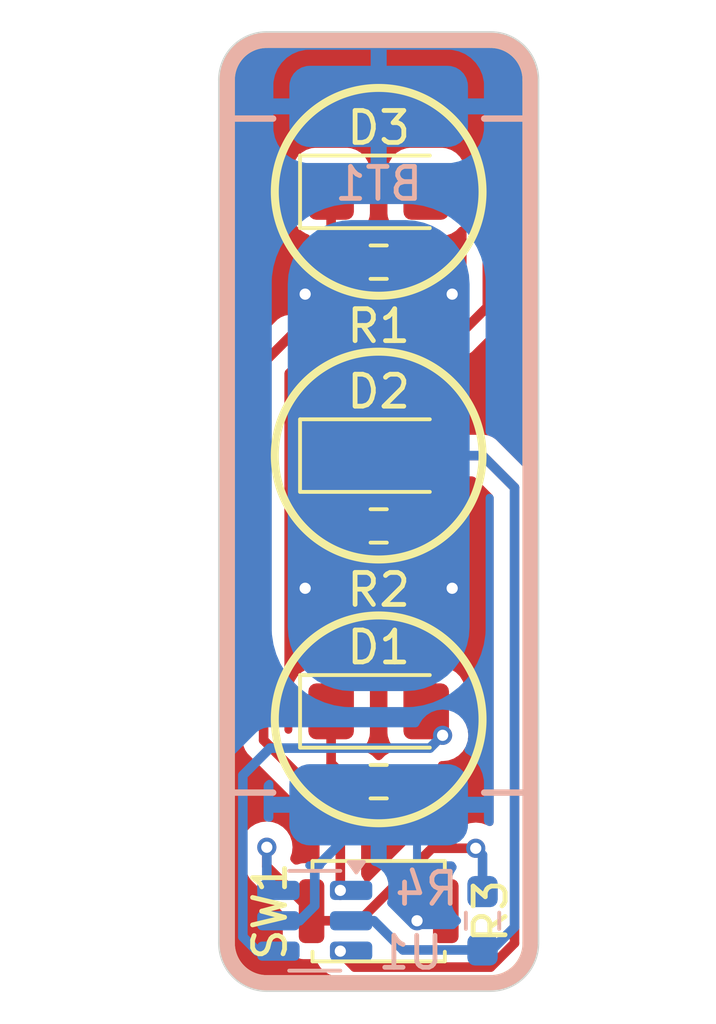
<source format=kicad_pcb>
(kicad_pcb (version 20240108) (generator "pcbnew") (generator_version "8.0")
  (layers (0 "F.Cu" signal) (31 "B.Cu" signal) (34 "B.Paste" user) (35 "F.Paste" user) (36 "B.SilkS" user "B.Silkscreen") (37 "F.SilkS" user "F.Silkscreen") (38 "B.Mask" user) (39 "F.Mask" user) (44 "Edge.Cuts" user))
  (net 0 "")
  (net 1 "/LED_G")
  (net 2 "Net-(D1-K)")
  (net 3 "/LED_Y")
  (net 4 "Net-(D2-K)")
  (net 5 "Net-(D3-K)")
  (net 6 "/LED_R")
  (net 7 "GND")
  (net 8 "/BUTTON")
  (net 9 "+3V3")
  (footprint "LED_SMD:LED_1206_3216Metric_Pad1.42x1.75mm_HandSolder" (layer "F.Cu") (at 137 99.25)
    (property "Reference" "D1" (at 0 -2 0) (layer "F.SilkS"))
    (property "Value" "GREEN")
    (fp_line (start -2.46 -1.135) (end -2.46 1.135) (stroke (width 0.12)) (layer "F.SilkS"))
    (fp_line (start -2.46 1.135) (end 1.6 1.135) (stroke (width 0.12)) (layer "F.SilkS"))
    (fp_line (start 1.6 -1.135) (end -2.46 -1.135) (stroke (width 0.12)) (layer "F.SilkS"))
    (pad "1" smd roundrect (at -1.4875 0) (size 1.425 1.75) (layers "F.Cu" "F.Paste" "F.Mask") (roundrect_rratio 0.175439) (net 2 "Net-(D1-K)"))
    (pad "2" smd roundrect (at 1.4875 0) (size 1.425 1.75) (layers "F.Cu" "F.Paste" "F.Mask") (roundrect_rratio 0.175439) (net 1 "/LED_G"))
  )
  (footprint "Resistor_SMD:R_0603_1608Metric_Pad0.98x0.95mm_HandSolder" (layer "F.Cu") (at 137 93.45)
    (property "Reference" "R2" (at 0 2 0) (layer "F.SilkS"))
    (property "Value" "220R")
    (fp_line (start -0.254724 -0.5225) (end 0.254724 -0.5225) (stroke (width 0.12)) (layer "F.SilkS"))
    (fp_line (start -0.254724 0.5225) (end 0.254724 0.5225) (stroke (width 0.12)) (layer "F.SilkS"))
    (pad "1" smd roundrect (at -0.9125 0) (size 0.975 0.95) (layers "F.Cu" "F.Paste" "F.Mask") (net 4 "Net-(D2-K)"))
    (pad "2" smd roundrect (at 0.9125 0) (size 0.975 0.95) (layers "F.Cu" "F.Paste" "F.Mask") (net 7 "GND"))
  )
  (footprint "Resistor_SMD:R_0603_1608Metric_Pad0.98x0.95mm_HandSolder" (layer "F.Cu") (at 137 85.2)
    (property "Reference" "R1" (at 0 2 0) (layer "F.SilkS"))
    (property "Value" "1k2")
    (fp_line (start -0.254724 -0.5225) (end 0.254724 -0.5225) (stroke (width 0.12)) (layer "F.SilkS"))
    (fp_line (start -0.254724 0.5225) (end 0.254724 0.5225) (stroke (width 0.12)) (layer "F.SilkS"))
    (pad "1" smd roundrect (at -0.9125 0) (size 0.975 0.95) (layers "F.Cu" "F.Paste" "F.Mask") (net 5 "Net-(D3-K)"))
    (pad "2" smd roundrect (at 0.9125 0) (size 0.975 0.95) (layers "F.Cu" "F.Paste" "F.Mask") (net 7 "GND"))
  )
  (footprint "LED_SMD:LED_1206_3216Metric_Pad1.42x1.75mm_HandSolder" (layer "F.Cu") (at 137 83)
    (property "Reference" "D3" (at 0 -2 0) (layer "F.SilkS"))
    (property "Value" "RED")
    (fp_line (start -2.46 -1.135) (end -2.46 1.135) (stroke (width 0.12)) (layer "F.SilkS"))
    (fp_line (start -2.46 1.135) (end 1.6 1.135) (stroke (width 0.12)) (layer "F.SilkS"))
    (fp_line (start 1.6 -1.135) (end -2.46 -1.135) (stroke (width 0.12)) (layer "F.SilkS"))
    (pad "1" smd roundrect (at -1.4875 0) (size 1.425 1.75) (layers "F.Cu" "F.Paste" "F.Mask") (roundrect_rratio 0.175439) (net 5 "Net-(D3-K)"))
    (pad "2" smd roundrect (at 1.4875 0) (size 1.425 1.75) (layers "F.Cu" "F.Paste" "F.Mask") (roundrect_rratio 0.175439) (net 6 "/LED_R"))
  )
  (footprint "Button_Switch_SMD:SW_Push_SPST_NO_Alps_SKRK" (layer "F.Cu") (at 137 105.5)
    (property "Reference" "SW1" (at -3.4 0 90) (layer "F.SilkS"))
    (property "Value" "SW_Push")
    (fp_line (start -2.07 -1.57) (end 2.07 -1.57) (stroke (width 0.12)) (layer "F.SilkS"))
    (fp_line (start -2.07 -1.27) (end -2.07 -1.57) (stroke (width 0.12)) (layer "F.SilkS"))
    (fp_line (start -2.07 1.57) (end -2.07 1.27) (stroke (width 0.12)) (layer "F.SilkS"))
    (fp_line (start 2.07 -1.57) (end 2.07 -1.27) (stroke (width 0.12)) (layer "F.SilkS"))
    (fp_line (start 2.07 1.27) (end 2.07 1.57) (stroke (width 0.12)) (layer "F.SilkS"))
    (fp_line (start 2.07 1.57) (end -2.07 1.57) (stroke (width 0.12)) (layer "F.SilkS"))
    (pad "1" smd roundrect (at -2.1 0) (size 0.8 2) (layers "F.Cu" "F.Paste" "F.Mask") (net 8 "/BUTTON"))
    (pad "2" smd roundrect (at 2.1 0) (size 0.8 2) (layers "F.Cu" "F.Paste" "F.Mask") (net 9 "+3V3"))
  )
  (footprint "Resistor_SMD:R_0603_1608Metric_Pad0.98x0.95mm_HandSolder" (layer "F.Cu") (at 137 101.45)
    (property "Reference" "R3" (at 3.5 4.05 -90) (layer "F.SilkS"))
    (property "Value" "4k7")
    (fp_line (start -0.254724 -0.5225) (end 0.254724 -0.5225) (stroke (width 0.12)) (layer "F.SilkS"))
    (fp_line (start -0.254724 0.5225) (end 0.254724 0.5225) (stroke (width 0.12)) (layer "F.SilkS"))
    (pad "1" smd roundrect (at -0.9125 0) (size 0.975 0.95) (layers "F.Cu" "F.Paste" "F.Mask") (net 2 "Net-(D1-K)"))
    (pad "2" smd roundrect (at 0.9125 0) (size 0.975 0.95) (layers "F.Cu" "F.Paste" "F.Mask") (net 7 "GND"))
  )
  (footprint "LED_SMD:LED_1206_3216Metric_Pad1.42x1.75mm_HandSolder" (layer "F.Cu") (at 137 91.25)
    (property "Reference" "D2" (at 0 -2 0) (layer "F.SilkS"))
    (property "Value" "YELLOW")
    (fp_line (start -2.46 -1.135) (end -2.46 1.135) (stroke (width 0.12)) (layer "F.SilkS"))
    (fp_line (start -2.46 1.135) (end 1.6 1.135) (stroke (width 0.12)) (layer "F.SilkS"))
    (fp_line (start 1.6 -1.135) (end -2.46 -1.135) (stroke (width 0.12)) (layer "F.SilkS"))
    (pad "1" smd roundrect (at -1.4875 0) (size 1.425 1.75) (layers "F.Cu" "F.Paste" "F.Mask") (roundrect_rratio 0.175439) (net 4 "Net-(D2-K)"))
    (pad "2" smd roundrect (at 1.4875 0) (size 1.425 1.75) (layers "F.Cu" "F.Paste" "F.Mask") (roundrect_rratio 0.175439) (net 3 "/LED_Y"))
  )
  (footprint "lib:CR2032_SMD_Small" (layer "B.Cu") (at 137 91.25 90)
    (property "Reference" "BT1" (at 8.5 0 0) (layer "B.SilkS") (effects (justify mirror)))
    (property "Value" "Battery_Cell")
    (fp_line (start 10.541 -3.302) (end 10.541 -4.572) (stroke (width 0.2)) (layer "B.SilkS"))
    (fp_line (start -10.541 -3.302) (end -10.541 -4.572) (stroke (width 0.2)) (layer "B.SilkS"))
    (fp_line (start 10.541 3.302) (end 10.541 4.572) (stroke (width 0.2)) (layer "B.SilkS"))
    (fp_line (start -10.541 3.302) (end -10.541 4.572) (stroke (width 0.2)) (layer "B.SilkS"))
    (pad "1" smd roundrect (at -10.922 0 90) (size 2.54 5.588) (layers "B.Cu" "B.Paste" "B.Mask") (net 9 "+3V3"))
    (pad "1" smd roundrect (at 10.922 0 90) (size 2.54 5.588) (layers "B.Cu" "B.Paste" "B.Mask") (net 9 "+3V3"))
    (pad "2" smd roundrect (at 0 0 90) (size 14.732 5.69) (layers "B.Cu" "B.Paste" "B.Mask") (roundrect_rratio 0.3514938489) (net 7 "GND"))
  )
  (footprint "Resistor_SMD:R_0603_1608Metric_Pad0.98x0.95mm_HandSolder" (layer "B.Cu") (at 140.25 105.8 -90)
    (property "Reference" "R4" (at -1 1.75 0) (layer "B.SilkS") (effects (justify mirror)))
    (property "Value" "220R")
    (fp_line (start 0.254724 0.5225) (end -0.254724 0.5225) (stroke (width 0.12)) (layer "B.SilkS"))
    (fp_line (start 0.254724 -0.5225) (end -0.254724 -0.5225) (stroke (width 0.12)) (layer "B.SilkS"))
    (pad "1" smd roundrect (at -0.9125 0 270) (size 0.975 0.95) (layers "B.Cu" "B.Paste" "B.Mask") (net 8 "/BUTTON"))
    (pad "2" smd roundrect (at 0.9125 0 270) (size 0.975 0.95) (layers "B.Cu" "B.Paste" "B.Mask") (net 7 "GND"))
  )
  (footprint "Package_TO_SOT_SMD:SOT-23-6" (layer "B.Cu") (at 135 105.8 180)
    (property "Reference" "U1" (at -3 -1 0) (layer "B.SilkS") (effects (justify mirror)))
    (property "Value" "PIC10F322-IOT")
    (fp_line (start 0.8 1.56) (end 0 1.56) (stroke (width 0.12)) (layer "B.SilkS"))
    (fp_line (start 0.8 -1.56) (end 0 -1.56) (stroke (width 0.12)) (layer "B.SilkS"))
    (fp_line (start -0.8 1.56) (end 0 1.56) (stroke (width 0.12)) (layer "B.SilkS"))
    (fp_line (start -0.8 -1.56) (end 0 -1.56) (stroke (width 0.12)) (layer "B.SilkS"))
    (fp_poly (pts (xy -1.3 1.51) (xy -1.54 1.84) (xy -1.06 1.84) (xy -1.3 1.51)) (stroke (width 0.12)) (fill solid) (layer "B.SilkS"))
    (pad "1" smd roundrect (at -1.1375 0.95 180) (size 1.325 0.6) (layers "B.Cu" "B.Paste" "B.Mask") (net 6 "/LED_R"))
    (pad "2" smd roundrect (at -1.1375 0 180) (size 1.325 0.6) (layers "B.Cu" "B.Paste" "B.Mask") (net 7 "GND"))
    (pad "3" smd roundrect (at -1.1375 -0.95 180) (size 1.325 0.6) (layers "B.Cu" "B.Paste" "B.Mask") (net 3 "/LED_Y"))
    (pad "4" smd roundrect (at 1.1375 -0.95 180) (size 1.325 0.6) (layers "B.Cu" "B.Paste" "B.Mask") (net 1 "/LED_G"))
    (pad "5" smd roundrect (at 1.1375 0 180) (size 1.325 0.6) (layers "B.Cu" "B.Paste" "B.Mask") (net 9 "+3V3"))
    (pad "6" smd roundrect (at 1.1375 0.95 180) (size 1.325 0.6) (layers "B.Cu" "B.Paste" "B.Mask") (net 8 "/BUTTON"))
  )
  (gr_line (start 141.75 106.5) (end 141.75 79.5) (stroke (width 0.5)) (layer "B.SilkS"))
  (gr_arc (start 133.5 107.75) (mid 132.616117 107.383883) (end 132.25 106.5) (stroke (width 0.5)) (layer "B.SilkS"))
  (gr_line (start 133.5 107.75) (end 140.5 107.75) (stroke (width 0.5)) (layer "B.SilkS"))
  (gr_arc (start 132.25 79.5) (mid 132.616117 78.616116) (end 133.500002 78.25) (stroke (width 0.5)) (layer "B.SilkS"))
  (gr_line (start 132.25 106.5) (end 132.25 79.5) (stroke (width 0.5)) (layer "B.SilkS"))
  (gr_arc (start 140.499999 78.249998) (mid 141.383885 78.616115) (end 141.75 79.5) (stroke (width 0.5)) (layer "B.SilkS"))
  (gr_arc (start 141.75 106.5) (mid 141.383883 107.383883) (end 140.5 107.75) (stroke (width 0.5)) (layer "B.SilkS"))
  (gr_line (start 140.499999 78.249998) (end 133.500002 78.25) (stroke (width 0.5)) (layer "B.SilkS"))
  (gr_line (start 133.5 107.75) (end 140.5 107.75) (stroke (width 0.5)) (layer "F.SilkS"))
  (gr_line (start 141.75 79.5) (end 141.75 106.5) (stroke (width 0.5)) (layer "F.SilkS"))
  (gr_circle (center 137 83) (end 140.25 83) (stroke (width 0.25)) (fill none) (layer "F.SilkS"))
  (gr_arc (start 141.75 106.5) (mid 141.383883 107.383883) (end 140.5 107.75) (stroke (width 0.5)) (layer "F.SilkS"))
  (gr_circle (center 137 99.5) (end 140.25 99.5) (stroke (width 0.25)) (fill none) (layer "F.SilkS"))
  (gr_circle (center 137 91.25) (end 140.25 91.25) (stroke (width 0.25)) (fill none) (layer "F.SilkS"))
  (gr_arc (start 132.25 79.5) (mid 132.616117 78.616116) (end 133.500001 78.249998) (stroke (width 0.5)) (layer "F.SilkS"))
  (gr_line (start 140.499998 78.25) (end 133.500001 78.249998) (stroke (width 0.5)) (layer "F.SilkS"))
  (gr_arc (start 140.499998 78.25) (mid 141.383883 78.616116) (end 141.75 79.5) (stroke (width 0.5)) (layer "F.SilkS"))
  (gr_arc (start 133.5 107.75) (mid 132.616117 107.383883) (end 132.25 106.5) (stroke (width 0.5)) (layer "F.SilkS"))
  (gr_line (start 132.25 79.5) (end 132.25 106.5) (stroke (width 0.5)) (layer "F.SilkS"))
  (gr_arc (start 132 79.5) (mid 132.43934 78.43934) (end 133.5 78) (stroke (width 0.05)) (layer "Edge.Cuts"))
  (gr_line (start 132 106.5) (end 132 79.5) (stroke (width 0.05)) (layer "Edge.Cuts"))
  (gr_arc (start 140.5 78) (mid 141.56066 78.43934) (end 142 79.5) (stroke (width 0.05)) (layer "Edge.Cuts"))
  (gr_arc (start 142 106.5) (mid 141.56066 107.56066) (end 140.5 108) (stroke (width 0.05)) (layer "Edge.Cuts"))
  (gr_line (start 140.5 78) (end 133.5 78) (stroke (width 0.05)) (layer "Edge.Cuts"))
  (gr_line (start 140.5 108) (end 133.5 108) (stroke (width 0.05)) (layer "Edge.Cuts"))
  (gr_arc (start 133.5 108) (mid 132.43934 107.56066) (end 132 106.5) (stroke (width 0.05)) (layer "Edge.Cuts"))
  (gr_line (start 142 79.5) (end 142 106.5) (stroke (width 0.05)) (layer "Edge.Cuts"))
  (via (at 139 100) (size 0.6) (drill 0.35) (layers "F.Cu" "B.Cu") (net 1))
  (segment (start 139 100) (end 138.6 100.4) (width 0.3) (layer "B.Cu") (net 1))
  (segment (start 133.6 100.4) (end 132.75 101.25) (width 0.3) (layer "B.Cu") (net 1))
  (segment (start 132.75 101.25) (end 132.75 106.299999) (width 0.3) (layer "B.Cu") (net 1))
  (segment (start 138.6 100.4) (end 133.6 100.4) (width 0.3) (layer "B.Cu") (net 1))
  (segment (start 132.75 106.299999) (end 133.200001 106.75) (width 0.3) (layer "B.Cu") (net 1))
  (segment (start 133.200001 106.75) (end 133.8625 106.75) (width 0.3) (layer "B.Cu") (net 1))
  (segment (start 135.5125 100.875) (end 136.0875 101.45) (width 0.3) (layer "F.Cu") (net 2))
  (segment (start 135.5125 99.25) (end 135.5125 100.875) (width 0.3) (layer "F.Cu") (net 2))
  (segment (start 141.25 106.5) (end 141.25 92.25) (width 0.3) (layer "F.Cu") (net 3))
  (segment (start 141.25 92.25) (end 140.25 91.25) (width 0.3) (layer "F.Cu") (net 3))
  (segment (start 140.5 107.25) (end 141.25 106.5) (width 0.3) (layer "F.Cu") (net 3))
  (segment (start 135.8 106.75) (end 135.8 106.8) (width 0.3) (layer "F.Cu") (net 3))
  (segment (start 140.25 91.25) (end 138.4875 91.25) (width 0.3) (layer "F.Cu") (net 3))
  (segment (start 136.25 107.25) (end 140.5 107.25) (width 0.3) (layer "F.Cu") (net 3))
  (segment (start 135.8 106.8) (end 136.25 107.25) (width 0.3) (layer "F.Cu") (net 3))
  (via (at 135.8 106.75) (size 0.6) (drill 0.35) (layers "F.Cu" "B.Cu") (net 3))
  (segment (start 135.5125 92.875) (end 136.0875 93.45) (width 0.3) (layer "F.Cu") (net 4))
  (segment (start 135.5125 91.25) (end 135.5125 92.875) (width 0.3) (layer "F.Cu") (net 4))
  (segment (start 135.5125 83) (end 135.5125 84.625) (width 0.3) (layer "F.Cu") (net 5))
  (segment (start 135.5125 84.625) (end 136.0875 85.2) (width 0.3) (layer "F.Cu") (net 5))
  (segment (start 139.5 83) (end 138.4875 83) (width 0.3) (layer "F.Cu") (net 6))
  (segment (start 140.4 86.6) (end 140.4 83.9) (width 0.3) (layer "F.Cu") (net 6))
  (segment (start 135.8 104.85) (end 135.8 102.55) (width 0.3) (layer "F.Cu") (net 6))
  (segment (start 140.4 83.9) (end 139.5 83) (width 0.3) (layer "F.Cu") (net 6))
  (segment (start 139.5 87.5) (end 140.4 86.6) (width 0.3) (layer "F.Cu") (net 6))
  (segment (start 135.8 102.55) (end 133.4 100.15) (width 0.3) (layer "F.Cu") (net 6))
  (segment (start 133.4 100.15) (end 133.4 88.35) (width 0.3) (layer "F.Cu") (net 6))
  (segment (start 134.25 87.5) (end 139.5 87.5) (width 0.3) (layer "F.Cu") (net 6))
  (segment (start 133.4 88.35) (end 134.25 87.5) (width 0.3) (layer "F.Cu") (net 6))
  (via (at 135.8 104.85) (size 0.6) (drill 0.35) (layers "F.Cu" "B.Cu") (net 6))
  (segment (start 136.9125 86.2) (end 137.9125 85.2) (width 0.3) (layer "F.Cu") (net 7))
  (segment (start 134.7 86.2) (end 136.9125 86.2) (width 0.3) (layer "F.Cu") (net 7))
  (via (at 134.7 86.2) (size 0.6) (drill 0.35) (layers "F.Cu" "B.Cu") (net 7))
  (via (at 134.7 95.4) (size 0.6) (drill 0.35) (layers "F.Cu" "B.Cu") (net 7))
  (via (at 139.3 95.4) (size 0.6) (drill 0.35) (layers "F.Cu" "B.Cu") (net 7))
  (via (at 139.3 86.2) (size 0.6) (drill 0.35) (layers "F.Cu" "B.Cu") (net 7))
  (segment (start 136.1375 105.8) (end 136.85 105.8) (width 0.3) (layer "B.Cu") (net 7))
  (segment (start 141.25 92.25) (end 140.25 91.25) (width 0.3) (layer "B.Cu") (net 7))
  (segment (start 140.5375 106.7125) (end 141.25 106) (width 0.3) (layer "B.Cu") (net 7))
  (segment (start 136.85 105.8) (end 137.7625 106.7125) (width 0.3) (layer "B.Cu") (net 7))
  (segment (start 140.25 106.7125) (end 140.5375 106.7125) (width 0.3) (layer "B.Cu") (net 7))
  (segment (start 141.25 106) (end 141.25 92.25) (width 0.3) (layer "B.Cu") (net 7))
  (segment (start 137.7625 106.7125) (end 140.25 106.7125) (width 0.3) (layer "B.Cu") (net 7))
  (segment (start 140.25 91.25) (end 137 91.25) (width 0.3) (layer "B.Cu") (net 7))
  (segment (start 138.666858 103.533142) (end 136.4 105.8) (width 0.3) (layer "F.Cu") (net 8))
  (segment (start 133.5 104.1) (end 134.9 105.5) (width 0.3) (layer "F.Cu") (net 8))
  (segment (start 140.03695 103.533142) (end 138.666858 103.533142) (width 0.3) (layer "F.Cu") (net 8))
  (segment (start 133.5 103.5) (end 133.5 104.1) (width 0.3) (layer "F.Cu") (net 8))
  (segment (start 135.2 105.8) (end 134.9 105.5) (width 0.3) (layer "F.Cu") (net 8))
  (segment (start 136.4 105.8) (end 135.2 105.8) (width 0.3) (layer "F.Cu") (net 8))
  (via (at 133.5 103.5) (size 0.6) (drill 0.35) (layers "F.Cu" "B.Cu") (net 8))
  (via (at 140.03695 103.533142) (size 0.6) (drill 0.35) (layers "F.Cu" "B.Cu") (net 8))
  (segment (start 133.5 104.4875) (end 133.5 103.5) (width 0.3) (layer "B.Cu") (net 8))
  (segment (start 140.25 103.746192) (end 140.25 104.8875) (width 0.3) (layer "B.Cu") (net 8))
  (segment (start 133.8625 104.85) (end 133.5 104.4875) (width 0.3) (layer "B.Cu") (net 8))
  (segment (start 140.03695 103.533142) (end 140.25 103.746192) (width 0.3) (layer "B.Cu") (net 8))
  (segment (start 138.8 105.8) (end 139.1 105.5) (width 0.25) (layer "F.Cu") (net 9))
  (segment (start 138.2 105.8) (end 138.8 105.8) (width 0.25) (layer "F.Cu") (net 9))
  (via (at 138.2 105.8) (size 0.6) (drill 0.35) (layers "F.Cu" "B.Cu") (net 9))
  (segment (start 133.8625 105.8) (end 134.524999 105.8) (width 0.3) (layer "B.Cu") (net 9))
  (segment (start 135 105.324999) (end 135 104.172) (width 0.3) (layer "B.Cu") (net 9))
  (segment (start 138.2 105.8) (end 138.2 103.372) (width 0.25) (layer "B.Cu") (net 9))
  (segment (start 138.2 103.372) (end 137 102.172) (width 0.25) (layer "B.Cu") (net 9))
  (segment (start 135 104.172) (end 137 102.172) (width 0.3) (layer "B.Cu") (net 9))
  (segment (start 134.524999 105.8) (end 135 105.324999) (width 0.3) (layer "B.Cu") (net 9))
  (zone (net 7) (net_name "GND") (layer "F.Cu") (connect_pads (clearance 0.5)) (min_thickness 0.25) (fill yes (thermal_gap 0.5) (thermal_bridge_width 0.5))
    (polygon (pts (xy 130.75 77) (xy 143 77) (xy 143 109) (xy 130.75 109)))
  )
  (zone (net 9) (net_name "+3V3") (layer "B.Cu") (connect_pads (clearance 0.5)) (min_thickness 0.25) (fill yes (thermal_gap 0.5) (thermal_bridge_width 0.5))
    (polygon (pts (xy 131 77) (xy 143.25 77) (xy 143.25 109) (xy 131 109)))
  )
)
</source>
